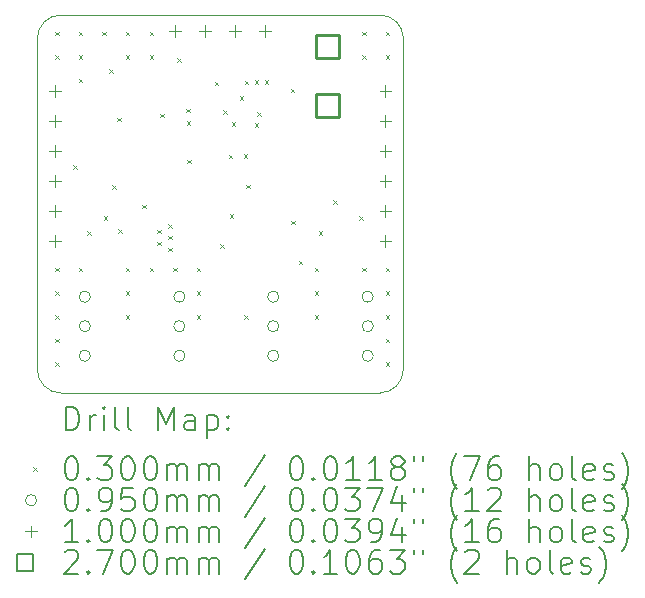
<source format=gbr>
%TF.GenerationSoftware,KiCad,Pcbnew,7.0.1*%
%TF.CreationDate,2023-07-15T20:01:05+02:00*%
%TF.ProjectId,servo_level_shifter,73657276-6f5f-46c6-9576-656c5f736869,rev?*%
%TF.SameCoordinates,Original*%
%TF.FileFunction,Drillmap*%
%TF.FilePolarity,Positive*%
%FSLAX45Y45*%
G04 Gerber Fmt 4.5, Leading zero omitted, Abs format (unit mm)*
G04 Created by KiCad (PCBNEW 7.0.1) date 2023-07-15 20:01:05*
%MOMM*%
%LPD*%
G01*
G04 APERTURE LIST*
%ADD10C,0.100000*%
%ADD11C,0.200000*%
%ADD12C,0.030000*%
%ADD13C,0.095000*%
%ADD14C,0.270000*%
G04 APERTURE END LIST*
D10*
X8928000Y-8385500D02*
X11628000Y-8385500D01*
X8928000Y-5185500D02*
G75*
G03*
X8728000Y-5385500I3J-200003D01*
G01*
X8728000Y-5385500D02*
X8728000Y-8185500D01*
X11628000Y-5185500D02*
X8928000Y-5185500D01*
X11828000Y-8185500D02*
X11828000Y-5385500D01*
X11628000Y-8385500D02*
G75*
G03*
X11828000Y-8185500I3J199998D01*
G01*
X11828000Y-5385500D02*
G75*
G03*
X11628000Y-5185500I-199989J11D01*
G01*
X8728000Y-8185500D02*
G75*
G03*
X8928000Y-8385500I200011J11D01*
G01*
D11*
D12*
X8878000Y-5326036D02*
X8908000Y-5356036D01*
X8908000Y-5326036D02*
X8878000Y-5356036D01*
X8878000Y-5526036D02*
X8908000Y-5556036D01*
X8908000Y-5526036D02*
X8878000Y-5556036D01*
X8878000Y-7326036D02*
X8908000Y-7356036D01*
X8908000Y-7326036D02*
X8878000Y-7356036D01*
X8878000Y-7526036D02*
X8908000Y-7556036D01*
X8908000Y-7526036D02*
X8878000Y-7556036D01*
X8878000Y-7726036D02*
X8908000Y-7756036D01*
X8908000Y-7726036D02*
X8878000Y-7756036D01*
X8878000Y-7926036D02*
X8908000Y-7956036D01*
X8908000Y-7926036D02*
X8878000Y-7956036D01*
X8878000Y-8126036D02*
X8908000Y-8156036D01*
X8908000Y-8126036D02*
X8878000Y-8156036D01*
X9030500Y-6455500D02*
X9060500Y-6485500D01*
X9060500Y-6455500D02*
X9030500Y-6485500D01*
X9078000Y-5326036D02*
X9108000Y-5356036D01*
X9108000Y-5326036D02*
X9078000Y-5356036D01*
X9078000Y-5526036D02*
X9108000Y-5556036D01*
X9108000Y-5526036D02*
X9078000Y-5556036D01*
X9078000Y-5726036D02*
X9108000Y-5756036D01*
X9108000Y-5726036D02*
X9078000Y-5756036D01*
X9078000Y-7326036D02*
X9108000Y-7356036D01*
X9108000Y-7326036D02*
X9078000Y-7356036D01*
X9153000Y-7015500D02*
X9183000Y-7045500D01*
X9183000Y-7015500D02*
X9153000Y-7045500D01*
X9278000Y-5326036D02*
X9308000Y-5356036D01*
X9308000Y-5326036D02*
X9278000Y-5356036D01*
X9290500Y-6890500D02*
X9320500Y-6920500D01*
X9320500Y-6890500D02*
X9290500Y-6920500D01*
X9338000Y-5643500D02*
X9368000Y-5673500D01*
X9368000Y-5643500D02*
X9338000Y-5673500D01*
X9360550Y-6628000D02*
X9390550Y-6658000D01*
X9390550Y-6628000D02*
X9360550Y-6658000D01*
X9405500Y-6056000D02*
X9435500Y-6086000D01*
X9435500Y-6056000D02*
X9405500Y-6086000D01*
X9413000Y-6998000D02*
X9443000Y-7028000D01*
X9443000Y-6998000D02*
X9413000Y-7028000D01*
X9478000Y-5326036D02*
X9508000Y-5356036D01*
X9508000Y-5326036D02*
X9478000Y-5356036D01*
X9478000Y-5526036D02*
X9508000Y-5556036D01*
X9508000Y-5526036D02*
X9478000Y-5556036D01*
X9478000Y-7325500D02*
X9508000Y-7355500D01*
X9508000Y-7325500D02*
X9478000Y-7355500D01*
X9478000Y-7525500D02*
X9508000Y-7555500D01*
X9508000Y-7525500D02*
X9478000Y-7555500D01*
X9478000Y-7725500D02*
X9508000Y-7755500D01*
X9508000Y-7725500D02*
X9478000Y-7755500D01*
X9618000Y-6793000D02*
X9648000Y-6823000D01*
X9648000Y-6793000D02*
X9618000Y-6823000D01*
X9678000Y-5326036D02*
X9708000Y-5356036D01*
X9708000Y-5326036D02*
X9678000Y-5356036D01*
X9678000Y-5526036D02*
X9708000Y-5556036D01*
X9708000Y-5526036D02*
X9678000Y-5556036D01*
X9678000Y-7326036D02*
X9708000Y-7356036D01*
X9708000Y-7326036D02*
X9678000Y-7356036D01*
X9745500Y-7005500D02*
X9775500Y-7035500D01*
X9775500Y-7005500D02*
X9745500Y-7035500D01*
X9745500Y-7105500D02*
X9775500Y-7135500D01*
X9775500Y-7105500D02*
X9745500Y-7135500D01*
X9770450Y-6023000D02*
X9800450Y-6053000D01*
X9800450Y-6023000D02*
X9770450Y-6053000D01*
X9835500Y-6955500D02*
X9865500Y-6985500D01*
X9865500Y-6955500D02*
X9835500Y-6985500D01*
X9835500Y-7055500D02*
X9865500Y-7085500D01*
X9865500Y-7055500D02*
X9835500Y-7085500D01*
X9835500Y-7155500D02*
X9865500Y-7185500D01*
X9865500Y-7155500D02*
X9835500Y-7185500D01*
X9878000Y-7326036D02*
X9908000Y-7356036D01*
X9908000Y-7326036D02*
X9878000Y-7356036D01*
X9910500Y-5550500D02*
X9940500Y-5580500D01*
X9940500Y-5550500D02*
X9910500Y-5580500D01*
X9990500Y-5980500D02*
X10020500Y-6010500D01*
X10020500Y-5980500D02*
X9990500Y-6010500D01*
X9993000Y-6085500D02*
X10023000Y-6115500D01*
X10023000Y-6085500D02*
X9993000Y-6115500D01*
X9998000Y-6413000D02*
X10028000Y-6443000D01*
X10028000Y-6413000D02*
X9998000Y-6443000D01*
X10078000Y-7326036D02*
X10108000Y-7356036D01*
X10108000Y-7326036D02*
X10078000Y-7356036D01*
X10078000Y-7526036D02*
X10108000Y-7556036D01*
X10108000Y-7526036D02*
X10078000Y-7556036D01*
X10078000Y-7726036D02*
X10108000Y-7756036D01*
X10108000Y-7726036D02*
X10078000Y-7756036D01*
X10230259Y-5749747D02*
X10260259Y-5779747D01*
X10260259Y-5749747D02*
X10230259Y-5779747D01*
X10278000Y-7126036D02*
X10308000Y-7156036D01*
X10308000Y-7126036D02*
X10278000Y-7156036D01*
X10300500Y-5993000D02*
X10330500Y-6023000D01*
X10330500Y-5993000D02*
X10300500Y-6023000D01*
X10350500Y-6368000D02*
X10380500Y-6398000D01*
X10380500Y-6368000D02*
X10350500Y-6398000D01*
X10357950Y-6870500D02*
X10387950Y-6900500D01*
X10387950Y-6870500D02*
X10357950Y-6900500D01*
X10373586Y-6093636D02*
X10403586Y-6123636D01*
X10403586Y-6093636D02*
X10373586Y-6123636D01*
X10440500Y-5875500D02*
X10470500Y-5905500D01*
X10470500Y-5875500D02*
X10440500Y-5905500D01*
X10475500Y-6365500D02*
X10505500Y-6395500D01*
X10505500Y-6365500D02*
X10475500Y-6395500D01*
X10478000Y-7726036D02*
X10508000Y-7756036D01*
X10508000Y-7726036D02*
X10478000Y-7756036D01*
X10483000Y-5740500D02*
X10513000Y-5770500D01*
X10513000Y-5740500D02*
X10483000Y-5770500D01*
X10498000Y-6623000D02*
X10528000Y-6653000D01*
X10528000Y-6623000D02*
X10498000Y-6653000D01*
X10568000Y-5738000D02*
X10598000Y-5768000D01*
X10598000Y-5738000D02*
X10568000Y-5768000D01*
X10570500Y-6103000D02*
X10600500Y-6133000D01*
X10600500Y-6103000D02*
X10570500Y-6133000D01*
X10590500Y-6008000D02*
X10620500Y-6038000D01*
X10620500Y-6008000D02*
X10590500Y-6038000D01*
X10655500Y-5738000D02*
X10685500Y-5768000D01*
X10685500Y-5738000D02*
X10655500Y-5768000D01*
X10875500Y-5810500D02*
X10905500Y-5840500D01*
X10905500Y-5810500D02*
X10875500Y-5840500D01*
X10878000Y-6926036D02*
X10908000Y-6956036D01*
X10908000Y-6926036D02*
X10878000Y-6956036D01*
X10940500Y-7265500D02*
X10970500Y-7295500D01*
X10970500Y-7265500D02*
X10940500Y-7295500D01*
X11078000Y-7326036D02*
X11108000Y-7356036D01*
X11108000Y-7326036D02*
X11078000Y-7356036D01*
X11078000Y-7526036D02*
X11108000Y-7556036D01*
X11108000Y-7526036D02*
X11078000Y-7556036D01*
X11078000Y-7726036D02*
X11108000Y-7756036D01*
X11108000Y-7726036D02*
X11078000Y-7756036D01*
X11110500Y-7018000D02*
X11140500Y-7048000D01*
X11140500Y-7018000D02*
X11110500Y-7048000D01*
X11235500Y-6755500D02*
X11265500Y-6785500D01*
X11265500Y-6755500D02*
X11235500Y-6785500D01*
X11455450Y-6888000D02*
X11485450Y-6918000D01*
X11485450Y-6888000D02*
X11455450Y-6918000D01*
X11478000Y-5326036D02*
X11508000Y-5356036D01*
X11508000Y-5326036D02*
X11478000Y-5356036D01*
X11478000Y-5526036D02*
X11508000Y-5556036D01*
X11508000Y-5526036D02*
X11478000Y-5556036D01*
X11478000Y-7326036D02*
X11508000Y-7356036D01*
X11508000Y-7326036D02*
X11478000Y-7356036D01*
X11678000Y-5326036D02*
X11708000Y-5356036D01*
X11708000Y-5326036D02*
X11678000Y-5356036D01*
X11678000Y-5526036D02*
X11708000Y-5556036D01*
X11708000Y-5526036D02*
X11678000Y-5556036D01*
X11678000Y-7326036D02*
X11708000Y-7356036D01*
X11708000Y-7326036D02*
X11678000Y-7356036D01*
X11678000Y-7526036D02*
X11708000Y-7556036D01*
X11708000Y-7526036D02*
X11678000Y-7556036D01*
X11678000Y-7726036D02*
X11708000Y-7756036D01*
X11708000Y-7726036D02*
X11678000Y-7756036D01*
X11678000Y-7926036D02*
X11708000Y-7956036D01*
X11708000Y-7926036D02*
X11678000Y-7956036D01*
X11678000Y-8126036D02*
X11708000Y-8156036D01*
X11708000Y-8126036D02*
X11678000Y-8156036D01*
D13*
X9178000Y-7570500D02*
G75*
G03*
X9178000Y-7570500I-47500J0D01*
G01*
X9178000Y-7820500D02*
G75*
G03*
X9178000Y-7820500I-47500J0D01*
G01*
X9178000Y-8070500D02*
G75*
G03*
X9178000Y-8070500I-47500J0D01*
G01*
X9978000Y-7570500D02*
G75*
G03*
X9978000Y-7570500I-47500J0D01*
G01*
X9978000Y-7820500D02*
G75*
G03*
X9978000Y-7820500I-47500J0D01*
G01*
X9978000Y-8070500D02*
G75*
G03*
X9978000Y-8070500I-47500J0D01*
G01*
X10773000Y-7570500D02*
G75*
G03*
X10773000Y-7570500I-47500J0D01*
G01*
X10773000Y-7820500D02*
G75*
G03*
X10773000Y-7820500I-47500J0D01*
G01*
X10773000Y-8070500D02*
G75*
G03*
X10773000Y-8070500I-47500J0D01*
G01*
X11573000Y-7570500D02*
G75*
G03*
X11573000Y-7570500I-47500J0D01*
G01*
X11573000Y-7820500D02*
G75*
G03*
X11573000Y-7820500I-47500J0D01*
G01*
X11573000Y-8070500D02*
G75*
G03*
X11573000Y-8070500I-47500J0D01*
G01*
D10*
X8875500Y-5777500D02*
X8875500Y-5877500D01*
X8825500Y-5827500D02*
X8925500Y-5827500D01*
X8875500Y-6031500D02*
X8875500Y-6131500D01*
X8825500Y-6081500D02*
X8925500Y-6081500D01*
X8875500Y-6285500D02*
X8875500Y-6385500D01*
X8825500Y-6335500D02*
X8925500Y-6335500D01*
X8875500Y-6539500D02*
X8875500Y-6639500D01*
X8825500Y-6589500D02*
X8925500Y-6589500D01*
X8875500Y-6793500D02*
X8875500Y-6893500D01*
X8825500Y-6843500D02*
X8925500Y-6843500D01*
X8875500Y-7047500D02*
X8875500Y-7147500D01*
X8825500Y-7097500D02*
X8925500Y-7097500D01*
X9894500Y-5269500D02*
X9894500Y-5369500D01*
X9844500Y-5319500D02*
X9944500Y-5319500D01*
X10148500Y-5269500D02*
X10148500Y-5369500D01*
X10098500Y-5319500D02*
X10198500Y-5319500D01*
X10402500Y-5269500D02*
X10402500Y-5369500D01*
X10352500Y-5319500D02*
X10452500Y-5319500D01*
X10656500Y-5269500D02*
X10656500Y-5369500D01*
X10606500Y-5319500D02*
X10706500Y-5319500D01*
X11675500Y-5777500D02*
X11675500Y-5877500D01*
X11625500Y-5827500D02*
X11725500Y-5827500D01*
X11675500Y-6031500D02*
X11675500Y-6131500D01*
X11625500Y-6081500D02*
X11725500Y-6081500D01*
X11675500Y-6285500D02*
X11675500Y-6385500D01*
X11625500Y-6335500D02*
X11725500Y-6335500D01*
X11675500Y-6539500D02*
X11675500Y-6639500D01*
X11625500Y-6589500D02*
X11725500Y-6589500D01*
X11675500Y-6793500D02*
X11675500Y-6893500D01*
X11625500Y-6843500D02*
X11725500Y-6843500D01*
X11675500Y-7047500D02*
X11675500Y-7147500D01*
X11625500Y-7097500D02*
X11725500Y-7097500D01*
D14*
X11280960Y-5545960D02*
X11280960Y-5355040D01*
X11090040Y-5355040D01*
X11090040Y-5545960D01*
X11280960Y-5545960D01*
X11280960Y-6045960D02*
X11280960Y-5855040D01*
X11090040Y-5855040D01*
X11090040Y-6045960D01*
X11280960Y-6045960D01*
D11*
X8970619Y-8703024D02*
X8970619Y-8503024D01*
X8970619Y-8503024D02*
X9018238Y-8503024D01*
X9018238Y-8503024D02*
X9046810Y-8512548D01*
X9046810Y-8512548D02*
X9065857Y-8531595D01*
X9065857Y-8531595D02*
X9075381Y-8550643D01*
X9075381Y-8550643D02*
X9084905Y-8588738D01*
X9084905Y-8588738D02*
X9084905Y-8617310D01*
X9084905Y-8617310D02*
X9075381Y-8655405D01*
X9075381Y-8655405D02*
X9065857Y-8674452D01*
X9065857Y-8674452D02*
X9046810Y-8693500D01*
X9046810Y-8693500D02*
X9018238Y-8703024D01*
X9018238Y-8703024D02*
X8970619Y-8703024D01*
X9170619Y-8703024D02*
X9170619Y-8569690D01*
X9170619Y-8607786D02*
X9180143Y-8588738D01*
X9180143Y-8588738D02*
X9189667Y-8579214D01*
X9189667Y-8579214D02*
X9208714Y-8569690D01*
X9208714Y-8569690D02*
X9227762Y-8569690D01*
X9294429Y-8703024D02*
X9294429Y-8569690D01*
X9294429Y-8503024D02*
X9284905Y-8512548D01*
X9284905Y-8512548D02*
X9294429Y-8522071D01*
X9294429Y-8522071D02*
X9303952Y-8512548D01*
X9303952Y-8512548D02*
X9294429Y-8503024D01*
X9294429Y-8503024D02*
X9294429Y-8522071D01*
X9418238Y-8703024D02*
X9399190Y-8693500D01*
X9399190Y-8693500D02*
X9389667Y-8674452D01*
X9389667Y-8674452D02*
X9389667Y-8503024D01*
X9523000Y-8703024D02*
X9503952Y-8693500D01*
X9503952Y-8693500D02*
X9494429Y-8674452D01*
X9494429Y-8674452D02*
X9494429Y-8503024D01*
X9751571Y-8703024D02*
X9751571Y-8503024D01*
X9751571Y-8503024D02*
X9818238Y-8645881D01*
X9818238Y-8645881D02*
X9884905Y-8503024D01*
X9884905Y-8503024D02*
X9884905Y-8703024D01*
X10065857Y-8703024D02*
X10065857Y-8598262D01*
X10065857Y-8598262D02*
X10056333Y-8579214D01*
X10056333Y-8579214D02*
X10037286Y-8569690D01*
X10037286Y-8569690D02*
X9999190Y-8569690D01*
X9999190Y-8569690D02*
X9980143Y-8579214D01*
X10065857Y-8693500D02*
X10046810Y-8703024D01*
X10046810Y-8703024D02*
X9999190Y-8703024D01*
X9999190Y-8703024D02*
X9980143Y-8693500D01*
X9980143Y-8693500D02*
X9970619Y-8674452D01*
X9970619Y-8674452D02*
X9970619Y-8655405D01*
X9970619Y-8655405D02*
X9980143Y-8636357D01*
X9980143Y-8636357D02*
X9999190Y-8626833D01*
X9999190Y-8626833D02*
X10046810Y-8626833D01*
X10046810Y-8626833D02*
X10065857Y-8617310D01*
X10161095Y-8569690D02*
X10161095Y-8769690D01*
X10161095Y-8579214D02*
X10180143Y-8569690D01*
X10180143Y-8569690D02*
X10218238Y-8569690D01*
X10218238Y-8569690D02*
X10237286Y-8579214D01*
X10237286Y-8579214D02*
X10246810Y-8588738D01*
X10246810Y-8588738D02*
X10256333Y-8607786D01*
X10256333Y-8607786D02*
X10256333Y-8664929D01*
X10256333Y-8664929D02*
X10246810Y-8683976D01*
X10246810Y-8683976D02*
X10237286Y-8693500D01*
X10237286Y-8693500D02*
X10218238Y-8703024D01*
X10218238Y-8703024D02*
X10180143Y-8703024D01*
X10180143Y-8703024D02*
X10161095Y-8693500D01*
X10342048Y-8683976D02*
X10351571Y-8693500D01*
X10351571Y-8693500D02*
X10342048Y-8703024D01*
X10342048Y-8703024D02*
X10332524Y-8693500D01*
X10332524Y-8693500D02*
X10342048Y-8683976D01*
X10342048Y-8683976D02*
X10342048Y-8703024D01*
X10342048Y-8579214D02*
X10351571Y-8588738D01*
X10351571Y-8588738D02*
X10342048Y-8598262D01*
X10342048Y-8598262D02*
X10332524Y-8588738D01*
X10332524Y-8588738D02*
X10342048Y-8579214D01*
X10342048Y-8579214D02*
X10342048Y-8598262D01*
D12*
X8693000Y-9015500D02*
X8723000Y-9045500D01*
X8723000Y-9015500D02*
X8693000Y-9045500D01*
D11*
X9008714Y-8923024D02*
X9027762Y-8923024D01*
X9027762Y-8923024D02*
X9046810Y-8932548D01*
X9046810Y-8932548D02*
X9056333Y-8942071D01*
X9056333Y-8942071D02*
X9065857Y-8961119D01*
X9065857Y-8961119D02*
X9075381Y-8999214D01*
X9075381Y-8999214D02*
X9075381Y-9046833D01*
X9075381Y-9046833D02*
X9065857Y-9084929D01*
X9065857Y-9084929D02*
X9056333Y-9103976D01*
X9056333Y-9103976D02*
X9046810Y-9113500D01*
X9046810Y-9113500D02*
X9027762Y-9123024D01*
X9027762Y-9123024D02*
X9008714Y-9123024D01*
X9008714Y-9123024D02*
X8989667Y-9113500D01*
X8989667Y-9113500D02*
X8980143Y-9103976D01*
X8980143Y-9103976D02*
X8970619Y-9084929D01*
X8970619Y-9084929D02*
X8961095Y-9046833D01*
X8961095Y-9046833D02*
X8961095Y-8999214D01*
X8961095Y-8999214D02*
X8970619Y-8961119D01*
X8970619Y-8961119D02*
X8980143Y-8942071D01*
X8980143Y-8942071D02*
X8989667Y-8932548D01*
X8989667Y-8932548D02*
X9008714Y-8923024D01*
X9161095Y-9103976D02*
X9170619Y-9113500D01*
X9170619Y-9113500D02*
X9161095Y-9123024D01*
X9161095Y-9123024D02*
X9151571Y-9113500D01*
X9151571Y-9113500D02*
X9161095Y-9103976D01*
X9161095Y-9103976D02*
X9161095Y-9123024D01*
X9237286Y-8923024D02*
X9361095Y-8923024D01*
X9361095Y-8923024D02*
X9294429Y-8999214D01*
X9294429Y-8999214D02*
X9323000Y-8999214D01*
X9323000Y-8999214D02*
X9342048Y-9008738D01*
X9342048Y-9008738D02*
X9351571Y-9018262D01*
X9351571Y-9018262D02*
X9361095Y-9037310D01*
X9361095Y-9037310D02*
X9361095Y-9084929D01*
X9361095Y-9084929D02*
X9351571Y-9103976D01*
X9351571Y-9103976D02*
X9342048Y-9113500D01*
X9342048Y-9113500D02*
X9323000Y-9123024D01*
X9323000Y-9123024D02*
X9265857Y-9123024D01*
X9265857Y-9123024D02*
X9246810Y-9113500D01*
X9246810Y-9113500D02*
X9237286Y-9103976D01*
X9484905Y-8923024D02*
X9503952Y-8923024D01*
X9503952Y-8923024D02*
X9523000Y-8932548D01*
X9523000Y-8932548D02*
X9532524Y-8942071D01*
X9532524Y-8942071D02*
X9542048Y-8961119D01*
X9542048Y-8961119D02*
X9551571Y-8999214D01*
X9551571Y-8999214D02*
X9551571Y-9046833D01*
X9551571Y-9046833D02*
X9542048Y-9084929D01*
X9542048Y-9084929D02*
X9532524Y-9103976D01*
X9532524Y-9103976D02*
X9523000Y-9113500D01*
X9523000Y-9113500D02*
X9503952Y-9123024D01*
X9503952Y-9123024D02*
X9484905Y-9123024D01*
X9484905Y-9123024D02*
X9465857Y-9113500D01*
X9465857Y-9113500D02*
X9456333Y-9103976D01*
X9456333Y-9103976D02*
X9446810Y-9084929D01*
X9446810Y-9084929D02*
X9437286Y-9046833D01*
X9437286Y-9046833D02*
X9437286Y-8999214D01*
X9437286Y-8999214D02*
X9446810Y-8961119D01*
X9446810Y-8961119D02*
X9456333Y-8942071D01*
X9456333Y-8942071D02*
X9465857Y-8932548D01*
X9465857Y-8932548D02*
X9484905Y-8923024D01*
X9675381Y-8923024D02*
X9694429Y-8923024D01*
X9694429Y-8923024D02*
X9713476Y-8932548D01*
X9713476Y-8932548D02*
X9723000Y-8942071D01*
X9723000Y-8942071D02*
X9732524Y-8961119D01*
X9732524Y-8961119D02*
X9742048Y-8999214D01*
X9742048Y-8999214D02*
X9742048Y-9046833D01*
X9742048Y-9046833D02*
X9732524Y-9084929D01*
X9732524Y-9084929D02*
X9723000Y-9103976D01*
X9723000Y-9103976D02*
X9713476Y-9113500D01*
X9713476Y-9113500D02*
X9694429Y-9123024D01*
X9694429Y-9123024D02*
X9675381Y-9123024D01*
X9675381Y-9123024D02*
X9656333Y-9113500D01*
X9656333Y-9113500D02*
X9646810Y-9103976D01*
X9646810Y-9103976D02*
X9637286Y-9084929D01*
X9637286Y-9084929D02*
X9627762Y-9046833D01*
X9627762Y-9046833D02*
X9627762Y-8999214D01*
X9627762Y-8999214D02*
X9637286Y-8961119D01*
X9637286Y-8961119D02*
X9646810Y-8942071D01*
X9646810Y-8942071D02*
X9656333Y-8932548D01*
X9656333Y-8932548D02*
X9675381Y-8923024D01*
X9827762Y-9123024D02*
X9827762Y-8989690D01*
X9827762Y-9008738D02*
X9837286Y-8999214D01*
X9837286Y-8999214D02*
X9856333Y-8989690D01*
X9856333Y-8989690D02*
X9884905Y-8989690D01*
X9884905Y-8989690D02*
X9903952Y-8999214D01*
X9903952Y-8999214D02*
X9913476Y-9018262D01*
X9913476Y-9018262D02*
X9913476Y-9123024D01*
X9913476Y-9018262D02*
X9923000Y-8999214D01*
X9923000Y-8999214D02*
X9942048Y-8989690D01*
X9942048Y-8989690D02*
X9970619Y-8989690D01*
X9970619Y-8989690D02*
X9989667Y-8999214D01*
X9989667Y-8999214D02*
X9999191Y-9018262D01*
X9999191Y-9018262D02*
X9999191Y-9123024D01*
X10094429Y-9123024D02*
X10094429Y-8989690D01*
X10094429Y-9008738D02*
X10103952Y-8999214D01*
X10103952Y-8999214D02*
X10123000Y-8989690D01*
X10123000Y-8989690D02*
X10151572Y-8989690D01*
X10151572Y-8989690D02*
X10170619Y-8999214D01*
X10170619Y-8999214D02*
X10180143Y-9018262D01*
X10180143Y-9018262D02*
X10180143Y-9123024D01*
X10180143Y-9018262D02*
X10189667Y-8999214D01*
X10189667Y-8999214D02*
X10208714Y-8989690D01*
X10208714Y-8989690D02*
X10237286Y-8989690D01*
X10237286Y-8989690D02*
X10256333Y-8999214D01*
X10256333Y-8999214D02*
X10265857Y-9018262D01*
X10265857Y-9018262D02*
X10265857Y-9123024D01*
X10656333Y-8913500D02*
X10484905Y-9170643D01*
X10913476Y-8923024D02*
X10932524Y-8923024D01*
X10932524Y-8923024D02*
X10951572Y-8932548D01*
X10951572Y-8932548D02*
X10961095Y-8942071D01*
X10961095Y-8942071D02*
X10970619Y-8961119D01*
X10970619Y-8961119D02*
X10980143Y-8999214D01*
X10980143Y-8999214D02*
X10980143Y-9046833D01*
X10980143Y-9046833D02*
X10970619Y-9084929D01*
X10970619Y-9084929D02*
X10961095Y-9103976D01*
X10961095Y-9103976D02*
X10951572Y-9113500D01*
X10951572Y-9113500D02*
X10932524Y-9123024D01*
X10932524Y-9123024D02*
X10913476Y-9123024D01*
X10913476Y-9123024D02*
X10894429Y-9113500D01*
X10894429Y-9113500D02*
X10884905Y-9103976D01*
X10884905Y-9103976D02*
X10875381Y-9084929D01*
X10875381Y-9084929D02*
X10865857Y-9046833D01*
X10865857Y-9046833D02*
X10865857Y-8999214D01*
X10865857Y-8999214D02*
X10875381Y-8961119D01*
X10875381Y-8961119D02*
X10884905Y-8942071D01*
X10884905Y-8942071D02*
X10894429Y-8932548D01*
X10894429Y-8932548D02*
X10913476Y-8923024D01*
X11065857Y-9103976D02*
X11075381Y-9113500D01*
X11075381Y-9113500D02*
X11065857Y-9123024D01*
X11065857Y-9123024D02*
X11056334Y-9113500D01*
X11056334Y-9113500D02*
X11065857Y-9103976D01*
X11065857Y-9103976D02*
X11065857Y-9123024D01*
X11199191Y-8923024D02*
X11218238Y-8923024D01*
X11218238Y-8923024D02*
X11237286Y-8932548D01*
X11237286Y-8932548D02*
X11246810Y-8942071D01*
X11246810Y-8942071D02*
X11256333Y-8961119D01*
X11256333Y-8961119D02*
X11265857Y-8999214D01*
X11265857Y-8999214D02*
X11265857Y-9046833D01*
X11265857Y-9046833D02*
X11256333Y-9084929D01*
X11256333Y-9084929D02*
X11246810Y-9103976D01*
X11246810Y-9103976D02*
X11237286Y-9113500D01*
X11237286Y-9113500D02*
X11218238Y-9123024D01*
X11218238Y-9123024D02*
X11199191Y-9123024D01*
X11199191Y-9123024D02*
X11180143Y-9113500D01*
X11180143Y-9113500D02*
X11170619Y-9103976D01*
X11170619Y-9103976D02*
X11161095Y-9084929D01*
X11161095Y-9084929D02*
X11151572Y-9046833D01*
X11151572Y-9046833D02*
X11151572Y-8999214D01*
X11151572Y-8999214D02*
X11161095Y-8961119D01*
X11161095Y-8961119D02*
X11170619Y-8942071D01*
X11170619Y-8942071D02*
X11180143Y-8932548D01*
X11180143Y-8932548D02*
X11199191Y-8923024D01*
X11456333Y-9123024D02*
X11342048Y-9123024D01*
X11399191Y-9123024D02*
X11399191Y-8923024D01*
X11399191Y-8923024D02*
X11380143Y-8951595D01*
X11380143Y-8951595D02*
X11361095Y-8970643D01*
X11361095Y-8970643D02*
X11342048Y-8980167D01*
X11646810Y-9123024D02*
X11532524Y-9123024D01*
X11589667Y-9123024D02*
X11589667Y-8923024D01*
X11589667Y-8923024D02*
X11570619Y-8951595D01*
X11570619Y-8951595D02*
X11551572Y-8970643D01*
X11551572Y-8970643D02*
X11532524Y-8980167D01*
X11761095Y-9008738D02*
X11742048Y-8999214D01*
X11742048Y-8999214D02*
X11732524Y-8989690D01*
X11732524Y-8989690D02*
X11723000Y-8970643D01*
X11723000Y-8970643D02*
X11723000Y-8961119D01*
X11723000Y-8961119D02*
X11732524Y-8942071D01*
X11732524Y-8942071D02*
X11742048Y-8932548D01*
X11742048Y-8932548D02*
X11761095Y-8923024D01*
X11761095Y-8923024D02*
X11799191Y-8923024D01*
X11799191Y-8923024D02*
X11818238Y-8932548D01*
X11818238Y-8932548D02*
X11827762Y-8942071D01*
X11827762Y-8942071D02*
X11837286Y-8961119D01*
X11837286Y-8961119D02*
X11837286Y-8970643D01*
X11837286Y-8970643D02*
X11827762Y-8989690D01*
X11827762Y-8989690D02*
X11818238Y-8999214D01*
X11818238Y-8999214D02*
X11799191Y-9008738D01*
X11799191Y-9008738D02*
X11761095Y-9008738D01*
X11761095Y-9008738D02*
X11742048Y-9018262D01*
X11742048Y-9018262D02*
X11732524Y-9027786D01*
X11732524Y-9027786D02*
X11723000Y-9046833D01*
X11723000Y-9046833D02*
X11723000Y-9084929D01*
X11723000Y-9084929D02*
X11732524Y-9103976D01*
X11732524Y-9103976D02*
X11742048Y-9113500D01*
X11742048Y-9113500D02*
X11761095Y-9123024D01*
X11761095Y-9123024D02*
X11799191Y-9123024D01*
X11799191Y-9123024D02*
X11818238Y-9113500D01*
X11818238Y-9113500D02*
X11827762Y-9103976D01*
X11827762Y-9103976D02*
X11837286Y-9084929D01*
X11837286Y-9084929D02*
X11837286Y-9046833D01*
X11837286Y-9046833D02*
X11827762Y-9027786D01*
X11827762Y-9027786D02*
X11818238Y-9018262D01*
X11818238Y-9018262D02*
X11799191Y-9008738D01*
X11913476Y-8923024D02*
X11913476Y-8961119D01*
X11989667Y-8923024D02*
X11989667Y-8961119D01*
X12284905Y-9199214D02*
X12275381Y-9189690D01*
X12275381Y-9189690D02*
X12256334Y-9161119D01*
X12256334Y-9161119D02*
X12246810Y-9142071D01*
X12246810Y-9142071D02*
X12237286Y-9113500D01*
X12237286Y-9113500D02*
X12227762Y-9065881D01*
X12227762Y-9065881D02*
X12227762Y-9027786D01*
X12227762Y-9027786D02*
X12237286Y-8980167D01*
X12237286Y-8980167D02*
X12246810Y-8951595D01*
X12246810Y-8951595D02*
X12256334Y-8932548D01*
X12256334Y-8932548D02*
X12275381Y-8903976D01*
X12275381Y-8903976D02*
X12284905Y-8894452D01*
X12342048Y-8923024D02*
X12475381Y-8923024D01*
X12475381Y-8923024D02*
X12389667Y-9123024D01*
X12637286Y-8923024D02*
X12599191Y-8923024D01*
X12599191Y-8923024D02*
X12580143Y-8932548D01*
X12580143Y-8932548D02*
X12570619Y-8942071D01*
X12570619Y-8942071D02*
X12551572Y-8970643D01*
X12551572Y-8970643D02*
X12542048Y-9008738D01*
X12542048Y-9008738D02*
X12542048Y-9084929D01*
X12542048Y-9084929D02*
X12551572Y-9103976D01*
X12551572Y-9103976D02*
X12561095Y-9113500D01*
X12561095Y-9113500D02*
X12580143Y-9123024D01*
X12580143Y-9123024D02*
X12618238Y-9123024D01*
X12618238Y-9123024D02*
X12637286Y-9113500D01*
X12637286Y-9113500D02*
X12646810Y-9103976D01*
X12646810Y-9103976D02*
X12656334Y-9084929D01*
X12656334Y-9084929D02*
X12656334Y-9037310D01*
X12656334Y-9037310D02*
X12646810Y-9018262D01*
X12646810Y-9018262D02*
X12637286Y-9008738D01*
X12637286Y-9008738D02*
X12618238Y-8999214D01*
X12618238Y-8999214D02*
X12580143Y-8999214D01*
X12580143Y-8999214D02*
X12561095Y-9008738D01*
X12561095Y-9008738D02*
X12551572Y-9018262D01*
X12551572Y-9018262D02*
X12542048Y-9037310D01*
X12894429Y-9123024D02*
X12894429Y-8923024D01*
X12980143Y-9123024D02*
X12980143Y-9018262D01*
X12980143Y-9018262D02*
X12970619Y-8999214D01*
X12970619Y-8999214D02*
X12951572Y-8989690D01*
X12951572Y-8989690D02*
X12923000Y-8989690D01*
X12923000Y-8989690D02*
X12903953Y-8999214D01*
X12903953Y-8999214D02*
X12894429Y-9008738D01*
X13103953Y-9123024D02*
X13084905Y-9113500D01*
X13084905Y-9113500D02*
X13075381Y-9103976D01*
X13075381Y-9103976D02*
X13065857Y-9084929D01*
X13065857Y-9084929D02*
X13065857Y-9027786D01*
X13065857Y-9027786D02*
X13075381Y-9008738D01*
X13075381Y-9008738D02*
X13084905Y-8999214D01*
X13084905Y-8999214D02*
X13103953Y-8989690D01*
X13103953Y-8989690D02*
X13132524Y-8989690D01*
X13132524Y-8989690D02*
X13151572Y-8999214D01*
X13151572Y-8999214D02*
X13161096Y-9008738D01*
X13161096Y-9008738D02*
X13170619Y-9027786D01*
X13170619Y-9027786D02*
X13170619Y-9084929D01*
X13170619Y-9084929D02*
X13161096Y-9103976D01*
X13161096Y-9103976D02*
X13151572Y-9113500D01*
X13151572Y-9113500D02*
X13132524Y-9123024D01*
X13132524Y-9123024D02*
X13103953Y-9123024D01*
X13284905Y-9123024D02*
X13265857Y-9113500D01*
X13265857Y-9113500D02*
X13256334Y-9094452D01*
X13256334Y-9094452D02*
X13256334Y-8923024D01*
X13437286Y-9113500D02*
X13418238Y-9123024D01*
X13418238Y-9123024D02*
X13380143Y-9123024D01*
X13380143Y-9123024D02*
X13361096Y-9113500D01*
X13361096Y-9113500D02*
X13351572Y-9094452D01*
X13351572Y-9094452D02*
X13351572Y-9018262D01*
X13351572Y-9018262D02*
X13361096Y-8999214D01*
X13361096Y-8999214D02*
X13380143Y-8989690D01*
X13380143Y-8989690D02*
X13418238Y-8989690D01*
X13418238Y-8989690D02*
X13437286Y-8999214D01*
X13437286Y-8999214D02*
X13446810Y-9018262D01*
X13446810Y-9018262D02*
X13446810Y-9037310D01*
X13446810Y-9037310D02*
X13351572Y-9056357D01*
X13523000Y-9113500D02*
X13542048Y-9123024D01*
X13542048Y-9123024D02*
X13580143Y-9123024D01*
X13580143Y-9123024D02*
X13599191Y-9113500D01*
X13599191Y-9113500D02*
X13608715Y-9094452D01*
X13608715Y-9094452D02*
X13608715Y-9084929D01*
X13608715Y-9084929D02*
X13599191Y-9065881D01*
X13599191Y-9065881D02*
X13580143Y-9056357D01*
X13580143Y-9056357D02*
X13551572Y-9056357D01*
X13551572Y-9056357D02*
X13532524Y-9046833D01*
X13532524Y-9046833D02*
X13523000Y-9027786D01*
X13523000Y-9027786D02*
X13523000Y-9018262D01*
X13523000Y-9018262D02*
X13532524Y-8999214D01*
X13532524Y-8999214D02*
X13551572Y-8989690D01*
X13551572Y-8989690D02*
X13580143Y-8989690D01*
X13580143Y-8989690D02*
X13599191Y-8999214D01*
X13675381Y-9199214D02*
X13684905Y-9189690D01*
X13684905Y-9189690D02*
X13703953Y-9161119D01*
X13703953Y-9161119D02*
X13713477Y-9142071D01*
X13713477Y-9142071D02*
X13723000Y-9113500D01*
X13723000Y-9113500D02*
X13732524Y-9065881D01*
X13732524Y-9065881D02*
X13732524Y-9027786D01*
X13732524Y-9027786D02*
X13723000Y-8980167D01*
X13723000Y-8980167D02*
X13713477Y-8951595D01*
X13713477Y-8951595D02*
X13703953Y-8932548D01*
X13703953Y-8932548D02*
X13684905Y-8903976D01*
X13684905Y-8903976D02*
X13675381Y-8894452D01*
D13*
X8723000Y-9294500D02*
G75*
G03*
X8723000Y-9294500I-47500J0D01*
G01*
D11*
X9008714Y-9187024D02*
X9027762Y-9187024D01*
X9027762Y-9187024D02*
X9046810Y-9196548D01*
X9046810Y-9196548D02*
X9056333Y-9206071D01*
X9056333Y-9206071D02*
X9065857Y-9225119D01*
X9065857Y-9225119D02*
X9075381Y-9263214D01*
X9075381Y-9263214D02*
X9075381Y-9310833D01*
X9075381Y-9310833D02*
X9065857Y-9348929D01*
X9065857Y-9348929D02*
X9056333Y-9367976D01*
X9056333Y-9367976D02*
X9046810Y-9377500D01*
X9046810Y-9377500D02*
X9027762Y-9387024D01*
X9027762Y-9387024D02*
X9008714Y-9387024D01*
X9008714Y-9387024D02*
X8989667Y-9377500D01*
X8989667Y-9377500D02*
X8980143Y-9367976D01*
X8980143Y-9367976D02*
X8970619Y-9348929D01*
X8970619Y-9348929D02*
X8961095Y-9310833D01*
X8961095Y-9310833D02*
X8961095Y-9263214D01*
X8961095Y-9263214D02*
X8970619Y-9225119D01*
X8970619Y-9225119D02*
X8980143Y-9206071D01*
X8980143Y-9206071D02*
X8989667Y-9196548D01*
X8989667Y-9196548D02*
X9008714Y-9187024D01*
X9161095Y-9367976D02*
X9170619Y-9377500D01*
X9170619Y-9377500D02*
X9161095Y-9387024D01*
X9161095Y-9387024D02*
X9151571Y-9377500D01*
X9151571Y-9377500D02*
X9161095Y-9367976D01*
X9161095Y-9367976D02*
X9161095Y-9387024D01*
X9265857Y-9387024D02*
X9303952Y-9387024D01*
X9303952Y-9387024D02*
X9323000Y-9377500D01*
X9323000Y-9377500D02*
X9332524Y-9367976D01*
X9332524Y-9367976D02*
X9351571Y-9339405D01*
X9351571Y-9339405D02*
X9361095Y-9301310D01*
X9361095Y-9301310D02*
X9361095Y-9225119D01*
X9361095Y-9225119D02*
X9351571Y-9206071D01*
X9351571Y-9206071D02*
X9342048Y-9196548D01*
X9342048Y-9196548D02*
X9323000Y-9187024D01*
X9323000Y-9187024D02*
X9284905Y-9187024D01*
X9284905Y-9187024D02*
X9265857Y-9196548D01*
X9265857Y-9196548D02*
X9256333Y-9206071D01*
X9256333Y-9206071D02*
X9246810Y-9225119D01*
X9246810Y-9225119D02*
X9246810Y-9272738D01*
X9246810Y-9272738D02*
X9256333Y-9291786D01*
X9256333Y-9291786D02*
X9265857Y-9301310D01*
X9265857Y-9301310D02*
X9284905Y-9310833D01*
X9284905Y-9310833D02*
X9323000Y-9310833D01*
X9323000Y-9310833D02*
X9342048Y-9301310D01*
X9342048Y-9301310D02*
X9351571Y-9291786D01*
X9351571Y-9291786D02*
X9361095Y-9272738D01*
X9542048Y-9187024D02*
X9446810Y-9187024D01*
X9446810Y-9187024D02*
X9437286Y-9282262D01*
X9437286Y-9282262D02*
X9446810Y-9272738D01*
X9446810Y-9272738D02*
X9465857Y-9263214D01*
X9465857Y-9263214D02*
X9513476Y-9263214D01*
X9513476Y-9263214D02*
X9532524Y-9272738D01*
X9532524Y-9272738D02*
X9542048Y-9282262D01*
X9542048Y-9282262D02*
X9551571Y-9301310D01*
X9551571Y-9301310D02*
X9551571Y-9348929D01*
X9551571Y-9348929D02*
X9542048Y-9367976D01*
X9542048Y-9367976D02*
X9532524Y-9377500D01*
X9532524Y-9377500D02*
X9513476Y-9387024D01*
X9513476Y-9387024D02*
X9465857Y-9387024D01*
X9465857Y-9387024D02*
X9446810Y-9377500D01*
X9446810Y-9377500D02*
X9437286Y-9367976D01*
X9675381Y-9187024D02*
X9694429Y-9187024D01*
X9694429Y-9187024D02*
X9713476Y-9196548D01*
X9713476Y-9196548D02*
X9723000Y-9206071D01*
X9723000Y-9206071D02*
X9732524Y-9225119D01*
X9732524Y-9225119D02*
X9742048Y-9263214D01*
X9742048Y-9263214D02*
X9742048Y-9310833D01*
X9742048Y-9310833D02*
X9732524Y-9348929D01*
X9732524Y-9348929D02*
X9723000Y-9367976D01*
X9723000Y-9367976D02*
X9713476Y-9377500D01*
X9713476Y-9377500D02*
X9694429Y-9387024D01*
X9694429Y-9387024D02*
X9675381Y-9387024D01*
X9675381Y-9387024D02*
X9656333Y-9377500D01*
X9656333Y-9377500D02*
X9646810Y-9367976D01*
X9646810Y-9367976D02*
X9637286Y-9348929D01*
X9637286Y-9348929D02*
X9627762Y-9310833D01*
X9627762Y-9310833D02*
X9627762Y-9263214D01*
X9627762Y-9263214D02*
X9637286Y-9225119D01*
X9637286Y-9225119D02*
X9646810Y-9206071D01*
X9646810Y-9206071D02*
X9656333Y-9196548D01*
X9656333Y-9196548D02*
X9675381Y-9187024D01*
X9827762Y-9387024D02*
X9827762Y-9253690D01*
X9827762Y-9272738D02*
X9837286Y-9263214D01*
X9837286Y-9263214D02*
X9856333Y-9253690D01*
X9856333Y-9253690D02*
X9884905Y-9253690D01*
X9884905Y-9253690D02*
X9903952Y-9263214D01*
X9903952Y-9263214D02*
X9913476Y-9282262D01*
X9913476Y-9282262D02*
X9913476Y-9387024D01*
X9913476Y-9282262D02*
X9923000Y-9263214D01*
X9923000Y-9263214D02*
X9942048Y-9253690D01*
X9942048Y-9253690D02*
X9970619Y-9253690D01*
X9970619Y-9253690D02*
X9989667Y-9263214D01*
X9989667Y-9263214D02*
X9999191Y-9282262D01*
X9999191Y-9282262D02*
X9999191Y-9387024D01*
X10094429Y-9387024D02*
X10094429Y-9253690D01*
X10094429Y-9272738D02*
X10103952Y-9263214D01*
X10103952Y-9263214D02*
X10123000Y-9253690D01*
X10123000Y-9253690D02*
X10151572Y-9253690D01*
X10151572Y-9253690D02*
X10170619Y-9263214D01*
X10170619Y-9263214D02*
X10180143Y-9282262D01*
X10180143Y-9282262D02*
X10180143Y-9387024D01*
X10180143Y-9282262D02*
X10189667Y-9263214D01*
X10189667Y-9263214D02*
X10208714Y-9253690D01*
X10208714Y-9253690D02*
X10237286Y-9253690D01*
X10237286Y-9253690D02*
X10256333Y-9263214D01*
X10256333Y-9263214D02*
X10265857Y-9282262D01*
X10265857Y-9282262D02*
X10265857Y-9387024D01*
X10656333Y-9177500D02*
X10484905Y-9434643D01*
X10913476Y-9187024D02*
X10932524Y-9187024D01*
X10932524Y-9187024D02*
X10951572Y-9196548D01*
X10951572Y-9196548D02*
X10961095Y-9206071D01*
X10961095Y-9206071D02*
X10970619Y-9225119D01*
X10970619Y-9225119D02*
X10980143Y-9263214D01*
X10980143Y-9263214D02*
X10980143Y-9310833D01*
X10980143Y-9310833D02*
X10970619Y-9348929D01*
X10970619Y-9348929D02*
X10961095Y-9367976D01*
X10961095Y-9367976D02*
X10951572Y-9377500D01*
X10951572Y-9377500D02*
X10932524Y-9387024D01*
X10932524Y-9387024D02*
X10913476Y-9387024D01*
X10913476Y-9387024D02*
X10894429Y-9377500D01*
X10894429Y-9377500D02*
X10884905Y-9367976D01*
X10884905Y-9367976D02*
X10875381Y-9348929D01*
X10875381Y-9348929D02*
X10865857Y-9310833D01*
X10865857Y-9310833D02*
X10865857Y-9263214D01*
X10865857Y-9263214D02*
X10875381Y-9225119D01*
X10875381Y-9225119D02*
X10884905Y-9206071D01*
X10884905Y-9206071D02*
X10894429Y-9196548D01*
X10894429Y-9196548D02*
X10913476Y-9187024D01*
X11065857Y-9367976D02*
X11075381Y-9377500D01*
X11075381Y-9377500D02*
X11065857Y-9387024D01*
X11065857Y-9387024D02*
X11056334Y-9377500D01*
X11056334Y-9377500D02*
X11065857Y-9367976D01*
X11065857Y-9367976D02*
X11065857Y-9387024D01*
X11199191Y-9187024D02*
X11218238Y-9187024D01*
X11218238Y-9187024D02*
X11237286Y-9196548D01*
X11237286Y-9196548D02*
X11246810Y-9206071D01*
X11246810Y-9206071D02*
X11256333Y-9225119D01*
X11256333Y-9225119D02*
X11265857Y-9263214D01*
X11265857Y-9263214D02*
X11265857Y-9310833D01*
X11265857Y-9310833D02*
X11256333Y-9348929D01*
X11256333Y-9348929D02*
X11246810Y-9367976D01*
X11246810Y-9367976D02*
X11237286Y-9377500D01*
X11237286Y-9377500D02*
X11218238Y-9387024D01*
X11218238Y-9387024D02*
X11199191Y-9387024D01*
X11199191Y-9387024D02*
X11180143Y-9377500D01*
X11180143Y-9377500D02*
X11170619Y-9367976D01*
X11170619Y-9367976D02*
X11161095Y-9348929D01*
X11161095Y-9348929D02*
X11151572Y-9310833D01*
X11151572Y-9310833D02*
X11151572Y-9263214D01*
X11151572Y-9263214D02*
X11161095Y-9225119D01*
X11161095Y-9225119D02*
X11170619Y-9206071D01*
X11170619Y-9206071D02*
X11180143Y-9196548D01*
X11180143Y-9196548D02*
X11199191Y-9187024D01*
X11332524Y-9187024D02*
X11456333Y-9187024D01*
X11456333Y-9187024D02*
X11389667Y-9263214D01*
X11389667Y-9263214D02*
X11418238Y-9263214D01*
X11418238Y-9263214D02*
X11437286Y-9272738D01*
X11437286Y-9272738D02*
X11446810Y-9282262D01*
X11446810Y-9282262D02*
X11456333Y-9301310D01*
X11456333Y-9301310D02*
X11456333Y-9348929D01*
X11456333Y-9348929D02*
X11446810Y-9367976D01*
X11446810Y-9367976D02*
X11437286Y-9377500D01*
X11437286Y-9377500D02*
X11418238Y-9387024D01*
X11418238Y-9387024D02*
X11361095Y-9387024D01*
X11361095Y-9387024D02*
X11342048Y-9377500D01*
X11342048Y-9377500D02*
X11332524Y-9367976D01*
X11523000Y-9187024D02*
X11656333Y-9187024D01*
X11656333Y-9187024D02*
X11570619Y-9387024D01*
X11818238Y-9253690D02*
X11818238Y-9387024D01*
X11770619Y-9177500D02*
X11723000Y-9320357D01*
X11723000Y-9320357D02*
X11846810Y-9320357D01*
X11913476Y-9187024D02*
X11913476Y-9225119D01*
X11989667Y-9187024D02*
X11989667Y-9225119D01*
X12284905Y-9463214D02*
X12275381Y-9453690D01*
X12275381Y-9453690D02*
X12256334Y-9425119D01*
X12256334Y-9425119D02*
X12246810Y-9406071D01*
X12246810Y-9406071D02*
X12237286Y-9377500D01*
X12237286Y-9377500D02*
X12227762Y-9329881D01*
X12227762Y-9329881D02*
X12227762Y-9291786D01*
X12227762Y-9291786D02*
X12237286Y-9244167D01*
X12237286Y-9244167D02*
X12246810Y-9215595D01*
X12246810Y-9215595D02*
X12256334Y-9196548D01*
X12256334Y-9196548D02*
X12275381Y-9167976D01*
X12275381Y-9167976D02*
X12284905Y-9158452D01*
X12465857Y-9387024D02*
X12351572Y-9387024D01*
X12408714Y-9387024D02*
X12408714Y-9187024D01*
X12408714Y-9187024D02*
X12389667Y-9215595D01*
X12389667Y-9215595D02*
X12370619Y-9234643D01*
X12370619Y-9234643D02*
X12351572Y-9244167D01*
X12542048Y-9206071D02*
X12551572Y-9196548D01*
X12551572Y-9196548D02*
X12570619Y-9187024D01*
X12570619Y-9187024D02*
X12618238Y-9187024D01*
X12618238Y-9187024D02*
X12637286Y-9196548D01*
X12637286Y-9196548D02*
X12646810Y-9206071D01*
X12646810Y-9206071D02*
X12656334Y-9225119D01*
X12656334Y-9225119D02*
X12656334Y-9244167D01*
X12656334Y-9244167D02*
X12646810Y-9272738D01*
X12646810Y-9272738D02*
X12532524Y-9387024D01*
X12532524Y-9387024D02*
X12656334Y-9387024D01*
X12894429Y-9387024D02*
X12894429Y-9187024D01*
X12980143Y-9387024D02*
X12980143Y-9282262D01*
X12980143Y-9282262D02*
X12970619Y-9263214D01*
X12970619Y-9263214D02*
X12951572Y-9253690D01*
X12951572Y-9253690D02*
X12923000Y-9253690D01*
X12923000Y-9253690D02*
X12903953Y-9263214D01*
X12903953Y-9263214D02*
X12894429Y-9272738D01*
X13103953Y-9387024D02*
X13084905Y-9377500D01*
X13084905Y-9377500D02*
X13075381Y-9367976D01*
X13075381Y-9367976D02*
X13065857Y-9348929D01*
X13065857Y-9348929D02*
X13065857Y-9291786D01*
X13065857Y-9291786D02*
X13075381Y-9272738D01*
X13075381Y-9272738D02*
X13084905Y-9263214D01*
X13084905Y-9263214D02*
X13103953Y-9253690D01*
X13103953Y-9253690D02*
X13132524Y-9253690D01*
X13132524Y-9253690D02*
X13151572Y-9263214D01*
X13151572Y-9263214D02*
X13161096Y-9272738D01*
X13161096Y-9272738D02*
X13170619Y-9291786D01*
X13170619Y-9291786D02*
X13170619Y-9348929D01*
X13170619Y-9348929D02*
X13161096Y-9367976D01*
X13161096Y-9367976D02*
X13151572Y-9377500D01*
X13151572Y-9377500D02*
X13132524Y-9387024D01*
X13132524Y-9387024D02*
X13103953Y-9387024D01*
X13284905Y-9387024D02*
X13265857Y-9377500D01*
X13265857Y-9377500D02*
X13256334Y-9358452D01*
X13256334Y-9358452D02*
X13256334Y-9187024D01*
X13437286Y-9377500D02*
X13418238Y-9387024D01*
X13418238Y-9387024D02*
X13380143Y-9387024D01*
X13380143Y-9387024D02*
X13361096Y-9377500D01*
X13361096Y-9377500D02*
X13351572Y-9358452D01*
X13351572Y-9358452D02*
X13351572Y-9282262D01*
X13351572Y-9282262D02*
X13361096Y-9263214D01*
X13361096Y-9263214D02*
X13380143Y-9253690D01*
X13380143Y-9253690D02*
X13418238Y-9253690D01*
X13418238Y-9253690D02*
X13437286Y-9263214D01*
X13437286Y-9263214D02*
X13446810Y-9282262D01*
X13446810Y-9282262D02*
X13446810Y-9301310D01*
X13446810Y-9301310D02*
X13351572Y-9320357D01*
X13523000Y-9377500D02*
X13542048Y-9387024D01*
X13542048Y-9387024D02*
X13580143Y-9387024D01*
X13580143Y-9387024D02*
X13599191Y-9377500D01*
X13599191Y-9377500D02*
X13608715Y-9358452D01*
X13608715Y-9358452D02*
X13608715Y-9348929D01*
X13608715Y-9348929D02*
X13599191Y-9329881D01*
X13599191Y-9329881D02*
X13580143Y-9320357D01*
X13580143Y-9320357D02*
X13551572Y-9320357D01*
X13551572Y-9320357D02*
X13532524Y-9310833D01*
X13532524Y-9310833D02*
X13523000Y-9291786D01*
X13523000Y-9291786D02*
X13523000Y-9282262D01*
X13523000Y-9282262D02*
X13532524Y-9263214D01*
X13532524Y-9263214D02*
X13551572Y-9253690D01*
X13551572Y-9253690D02*
X13580143Y-9253690D01*
X13580143Y-9253690D02*
X13599191Y-9263214D01*
X13675381Y-9463214D02*
X13684905Y-9453690D01*
X13684905Y-9453690D02*
X13703953Y-9425119D01*
X13703953Y-9425119D02*
X13713477Y-9406071D01*
X13713477Y-9406071D02*
X13723000Y-9377500D01*
X13723000Y-9377500D02*
X13732524Y-9329881D01*
X13732524Y-9329881D02*
X13732524Y-9291786D01*
X13732524Y-9291786D02*
X13723000Y-9244167D01*
X13723000Y-9244167D02*
X13713477Y-9215595D01*
X13713477Y-9215595D02*
X13703953Y-9196548D01*
X13703953Y-9196548D02*
X13684905Y-9167976D01*
X13684905Y-9167976D02*
X13675381Y-9158452D01*
D10*
X8673000Y-9508500D02*
X8673000Y-9608500D01*
X8623000Y-9558500D02*
X8723000Y-9558500D01*
D11*
X9075381Y-9651024D02*
X8961095Y-9651024D01*
X9018238Y-9651024D02*
X9018238Y-9451024D01*
X9018238Y-9451024D02*
X8999190Y-9479595D01*
X8999190Y-9479595D02*
X8980143Y-9498643D01*
X8980143Y-9498643D02*
X8961095Y-9508167D01*
X9161095Y-9631976D02*
X9170619Y-9641500D01*
X9170619Y-9641500D02*
X9161095Y-9651024D01*
X9161095Y-9651024D02*
X9151571Y-9641500D01*
X9151571Y-9641500D02*
X9161095Y-9631976D01*
X9161095Y-9631976D02*
X9161095Y-9651024D01*
X9294429Y-9451024D02*
X9313476Y-9451024D01*
X9313476Y-9451024D02*
X9332524Y-9460548D01*
X9332524Y-9460548D02*
X9342048Y-9470071D01*
X9342048Y-9470071D02*
X9351571Y-9489119D01*
X9351571Y-9489119D02*
X9361095Y-9527214D01*
X9361095Y-9527214D02*
X9361095Y-9574833D01*
X9361095Y-9574833D02*
X9351571Y-9612929D01*
X9351571Y-9612929D02*
X9342048Y-9631976D01*
X9342048Y-9631976D02*
X9332524Y-9641500D01*
X9332524Y-9641500D02*
X9313476Y-9651024D01*
X9313476Y-9651024D02*
X9294429Y-9651024D01*
X9294429Y-9651024D02*
X9275381Y-9641500D01*
X9275381Y-9641500D02*
X9265857Y-9631976D01*
X9265857Y-9631976D02*
X9256333Y-9612929D01*
X9256333Y-9612929D02*
X9246810Y-9574833D01*
X9246810Y-9574833D02*
X9246810Y-9527214D01*
X9246810Y-9527214D02*
X9256333Y-9489119D01*
X9256333Y-9489119D02*
X9265857Y-9470071D01*
X9265857Y-9470071D02*
X9275381Y-9460548D01*
X9275381Y-9460548D02*
X9294429Y-9451024D01*
X9484905Y-9451024D02*
X9503952Y-9451024D01*
X9503952Y-9451024D02*
X9523000Y-9460548D01*
X9523000Y-9460548D02*
X9532524Y-9470071D01*
X9532524Y-9470071D02*
X9542048Y-9489119D01*
X9542048Y-9489119D02*
X9551571Y-9527214D01*
X9551571Y-9527214D02*
X9551571Y-9574833D01*
X9551571Y-9574833D02*
X9542048Y-9612929D01*
X9542048Y-9612929D02*
X9532524Y-9631976D01*
X9532524Y-9631976D02*
X9523000Y-9641500D01*
X9523000Y-9641500D02*
X9503952Y-9651024D01*
X9503952Y-9651024D02*
X9484905Y-9651024D01*
X9484905Y-9651024D02*
X9465857Y-9641500D01*
X9465857Y-9641500D02*
X9456333Y-9631976D01*
X9456333Y-9631976D02*
X9446810Y-9612929D01*
X9446810Y-9612929D02*
X9437286Y-9574833D01*
X9437286Y-9574833D02*
X9437286Y-9527214D01*
X9437286Y-9527214D02*
X9446810Y-9489119D01*
X9446810Y-9489119D02*
X9456333Y-9470071D01*
X9456333Y-9470071D02*
X9465857Y-9460548D01*
X9465857Y-9460548D02*
X9484905Y-9451024D01*
X9675381Y-9451024D02*
X9694429Y-9451024D01*
X9694429Y-9451024D02*
X9713476Y-9460548D01*
X9713476Y-9460548D02*
X9723000Y-9470071D01*
X9723000Y-9470071D02*
X9732524Y-9489119D01*
X9732524Y-9489119D02*
X9742048Y-9527214D01*
X9742048Y-9527214D02*
X9742048Y-9574833D01*
X9742048Y-9574833D02*
X9732524Y-9612929D01*
X9732524Y-9612929D02*
X9723000Y-9631976D01*
X9723000Y-9631976D02*
X9713476Y-9641500D01*
X9713476Y-9641500D02*
X9694429Y-9651024D01*
X9694429Y-9651024D02*
X9675381Y-9651024D01*
X9675381Y-9651024D02*
X9656333Y-9641500D01*
X9656333Y-9641500D02*
X9646810Y-9631976D01*
X9646810Y-9631976D02*
X9637286Y-9612929D01*
X9637286Y-9612929D02*
X9627762Y-9574833D01*
X9627762Y-9574833D02*
X9627762Y-9527214D01*
X9627762Y-9527214D02*
X9637286Y-9489119D01*
X9637286Y-9489119D02*
X9646810Y-9470071D01*
X9646810Y-9470071D02*
X9656333Y-9460548D01*
X9656333Y-9460548D02*
X9675381Y-9451024D01*
X9827762Y-9651024D02*
X9827762Y-9517690D01*
X9827762Y-9536738D02*
X9837286Y-9527214D01*
X9837286Y-9527214D02*
X9856333Y-9517690D01*
X9856333Y-9517690D02*
X9884905Y-9517690D01*
X9884905Y-9517690D02*
X9903952Y-9527214D01*
X9903952Y-9527214D02*
X9913476Y-9546262D01*
X9913476Y-9546262D02*
X9913476Y-9651024D01*
X9913476Y-9546262D02*
X9923000Y-9527214D01*
X9923000Y-9527214D02*
X9942048Y-9517690D01*
X9942048Y-9517690D02*
X9970619Y-9517690D01*
X9970619Y-9517690D02*
X9989667Y-9527214D01*
X9989667Y-9527214D02*
X9999191Y-9546262D01*
X9999191Y-9546262D02*
X9999191Y-9651024D01*
X10094429Y-9651024D02*
X10094429Y-9517690D01*
X10094429Y-9536738D02*
X10103952Y-9527214D01*
X10103952Y-9527214D02*
X10123000Y-9517690D01*
X10123000Y-9517690D02*
X10151572Y-9517690D01*
X10151572Y-9517690D02*
X10170619Y-9527214D01*
X10170619Y-9527214D02*
X10180143Y-9546262D01*
X10180143Y-9546262D02*
X10180143Y-9651024D01*
X10180143Y-9546262D02*
X10189667Y-9527214D01*
X10189667Y-9527214D02*
X10208714Y-9517690D01*
X10208714Y-9517690D02*
X10237286Y-9517690D01*
X10237286Y-9517690D02*
X10256333Y-9527214D01*
X10256333Y-9527214D02*
X10265857Y-9546262D01*
X10265857Y-9546262D02*
X10265857Y-9651024D01*
X10656333Y-9441500D02*
X10484905Y-9698643D01*
X10913476Y-9451024D02*
X10932524Y-9451024D01*
X10932524Y-9451024D02*
X10951572Y-9460548D01*
X10951572Y-9460548D02*
X10961095Y-9470071D01*
X10961095Y-9470071D02*
X10970619Y-9489119D01*
X10970619Y-9489119D02*
X10980143Y-9527214D01*
X10980143Y-9527214D02*
X10980143Y-9574833D01*
X10980143Y-9574833D02*
X10970619Y-9612929D01*
X10970619Y-9612929D02*
X10961095Y-9631976D01*
X10961095Y-9631976D02*
X10951572Y-9641500D01*
X10951572Y-9641500D02*
X10932524Y-9651024D01*
X10932524Y-9651024D02*
X10913476Y-9651024D01*
X10913476Y-9651024D02*
X10894429Y-9641500D01*
X10894429Y-9641500D02*
X10884905Y-9631976D01*
X10884905Y-9631976D02*
X10875381Y-9612929D01*
X10875381Y-9612929D02*
X10865857Y-9574833D01*
X10865857Y-9574833D02*
X10865857Y-9527214D01*
X10865857Y-9527214D02*
X10875381Y-9489119D01*
X10875381Y-9489119D02*
X10884905Y-9470071D01*
X10884905Y-9470071D02*
X10894429Y-9460548D01*
X10894429Y-9460548D02*
X10913476Y-9451024D01*
X11065857Y-9631976D02*
X11075381Y-9641500D01*
X11075381Y-9641500D02*
X11065857Y-9651024D01*
X11065857Y-9651024D02*
X11056334Y-9641500D01*
X11056334Y-9641500D02*
X11065857Y-9631976D01*
X11065857Y-9631976D02*
X11065857Y-9651024D01*
X11199191Y-9451024D02*
X11218238Y-9451024D01*
X11218238Y-9451024D02*
X11237286Y-9460548D01*
X11237286Y-9460548D02*
X11246810Y-9470071D01*
X11246810Y-9470071D02*
X11256333Y-9489119D01*
X11256333Y-9489119D02*
X11265857Y-9527214D01*
X11265857Y-9527214D02*
X11265857Y-9574833D01*
X11265857Y-9574833D02*
X11256333Y-9612929D01*
X11256333Y-9612929D02*
X11246810Y-9631976D01*
X11246810Y-9631976D02*
X11237286Y-9641500D01*
X11237286Y-9641500D02*
X11218238Y-9651024D01*
X11218238Y-9651024D02*
X11199191Y-9651024D01*
X11199191Y-9651024D02*
X11180143Y-9641500D01*
X11180143Y-9641500D02*
X11170619Y-9631976D01*
X11170619Y-9631976D02*
X11161095Y-9612929D01*
X11161095Y-9612929D02*
X11151572Y-9574833D01*
X11151572Y-9574833D02*
X11151572Y-9527214D01*
X11151572Y-9527214D02*
X11161095Y-9489119D01*
X11161095Y-9489119D02*
X11170619Y-9470071D01*
X11170619Y-9470071D02*
X11180143Y-9460548D01*
X11180143Y-9460548D02*
X11199191Y-9451024D01*
X11332524Y-9451024D02*
X11456333Y-9451024D01*
X11456333Y-9451024D02*
X11389667Y-9527214D01*
X11389667Y-9527214D02*
X11418238Y-9527214D01*
X11418238Y-9527214D02*
X11437286Y-9536738D01*
X11437286Y-9536738D02*
X11446810Y-9546262D01*
X11446810Y-9546262D02*
X11456333Y-9565310D01*
X11456333Y-9565310D02*
X11456333Y-9612929D01*
X11456333Y-9612929D02*
X11446810Y-9631976D01*
X11446810Y-9631976D02*
X11437286Y-9641500D01*
X11437286Y-9641500D02*
X11418238Y-9651024D01*
X11418238Y-9651024D02*
X11361095Y-9651024D01*
X11361095Y-9651024D02*
X11342048Y-9641500D01*
X11342048Y-9641500D02*
X11332524Y-9631976D01*
X11551572Y-9651024D02*
X11589667Y-9651024D01*
X11589667Y-9651024D02*
X11608714Y-9641500D01*
X11608714Y-9641500D02*
X11618238Y-9631976D01*
X11618238Y-9631976D02*
X11637286Y-9603405D01*
X11637286Y-9603405D02*
X11646810Y-9565310D01*
X11646810Y-9565310D02*
X11646810Y-9489119D01*
X11646810Y-9489119D02*
X11637286Y-9470071D01*
X11637286Y-9470071D02*
X11627762Y-9460548D01*
X11627762Y-9460548D02*
X11608714Y-9451024D01*
X11608714Y-9451024D02*
X11570619Y-9451024D01*
X11570619Y-9451024D02*
X11551572Y-9460548D01*
X11551572Y-9460548D02*
X11542048Y-9470071D01*
X11542048Y-9470071D02*
X11532524Y-9489119D01*
X11532524Y-9489119D02*
X11532524Y-9536738D01*
X11532524Y-9536738D02*
X11542048Y-9555786D01*
X11542048Y-9555786D02*
X11551572Y-9565310D01*
X11551572Y-9565310D02*
X11570619Y-9574833D01*
X11570619Y-9574833D02*
X11608714Y-9574833D01*
X11608714Y-9574833D02*
X11627762Y-9565310D01*
X11627762Y-9565310D02*
X11637286Y-9555786D01*
X11637286Y-9555786D02*
X11646810Y-9536738D01*
X11818238Y-9517690D02*
X11818238Y-9651024D01*
X11770619Y-9441500D02*
X11723000Y-9584357D01*
X11723000Y-9584357D02*
X11846810Y-9584357D01*
X11913476Y-9451024D02*
X11913476Y-9489119D01*
X11989667Y-9451024D02*
X11989667Y-9489119D01*
X12284905Y-9727214D02*
X12275381Y-9717690D01*
X12275381Y-9717690D02*
X12256334Y-9689119D01*
X12256334Y-9689119D02*
X12246810Y-9670071D01*
X12246810Y-9670071D02*
X12237286Y-9641500D01*
X12237286Y-9641500D02*
X12227762Y-9593881D01*
X12227762Y-9593881D02*
X12227762Y-9555786D01*
X12227762Y-9555786D02*
X12237286Y-9508167D01*
X12237286Y-9508167D02*
X12246810Y-9479595D01*
X12246810Y-9479595D02*
X12256334Y-9460548D01*
X12256334Y-9460548D02*
X12275381Y-9431976D01*
X12275381Y-9431976D02*
X12284905Y-9422452D01*
X12465857Y-9651024D02*
X12351572Y-9651024D01*
X12408714Y-9651024D02*
X12408714Y-9451024D01*
X12408714Y-9451024D02*
X12389667Y-9479595D01*
X12389667Y-9479595D02*
X12370619Y-9498643D01*
X12370619Y-9498643D02*
X12351572Y-9508167D01*
X12637286Y-9451024D02*
X12599191Y-9451024D01*
X12599191Y-9451024D02*
X12580143Y-9460548D01*
X12580143Y-9460548D02*
X12570619Y-9470071D01*
X12570619Y-9470071D02*
X12551572Y-9498643D01*
X12551572Y-9498643D02*
X12542048Y-9536738D01*
X12542048Y-9536738D02*
X12542048Y-9612929D01*
X12542048Y-9612929D02*
X12551572Y-9631976D01*
X12551572Y-9631976D02*
X12561095Y-9641500D01*
X12561095Y-9641500D02*
X12580143Y-9651024D01*
X12580143Y-9651024D02*
X12618238Y-9651024D01*
X12618238Y-9651024D02*
X12637286Y-9641500D01*
X12637286Y-9641500D02*
X12646810Y-9631976D01*
X12646810Y-9631976D02*
X12656334Y-9612929D01*
X12656334Y-9612929D02*
X12656334Y-9565310D01*
X12656334Y-9565310D02*
X12646810Y-9546262D01*
X12646810Y-9546262D02*
X12637286Y-9536738D01*
X12637286Y-9536738D02*
X12618238Y-9527214D01*
X12618238Y-9527214D02*
X12580143Y-9527214D01*
X12580143Y-9527214D02*
X12561095Y-9536738D01*
X12561095Y-9536738D02*
X12551572Y-9546262D01*
X12551572Y-9546262D02*
X12542048Y-9565310D01*
X12894429Y-9651024D02*
X12894429Y-9451024D01*
X12980143Y-9651024D02*
X12980143Y-9546262D01*
X12980143Y-9546262D02*
X12970619Y-9527214D01*
X12970619Y-9527214D02*
X12951572Y-9517690D01*
X12951572Y-9517690D02*
X12923000Y-9517690D01*
X12923000Y-9517690D02*
X12903953Y-9527214D01*
X12903953Y-9527214D02*
X12894429Y-9536738D01*
X13103953Y-9651024D02*
X13084905Y-9641500D01*
X13084905Y-9641500D02*
X13075381Y-9631976D01*
X13075381Y-9631976D02*
X13065857Y-9612929D01*
X13065857Y-9612929D02*
X13065857Y-9555786D01*
X13065857Y-9555786D02*
X13075381Y-9536738D01*
X13075381Y-9536738D02*
X13084905Y-9527214D01*
X13084905Y-9527214D02*
X13103953Y-9517690D01*
X13103953Y-9517690D02*
X13132524Y-9517690D01*
X13132524Y-9517690D02*
X13151572Y-9527214D01*
X13151572Y-9527214D02*
X13161096Y-9536738D01*
X13161096Y-9536738D02*
X13170619Y-9555786D01*
X13170619Y-9555786D02*
X13170619Y-9612929D01*
X13170619Y-9612929D02*
X13161096Y-9631976D01*
X13161096Y-9631976D02*
X13151572Y-9641500D01*
X13151572Y-9641500D02*
X13132524Y-9651024D01*
X13132524Y-9651024D02*
X13103953Y-9651024D01*
X13284905Y-9651024D02*
X13265857Y-9641500D01*
X13265857Y-9641500D02*
X13256334Y-9622452D01*
X13256334Y-9622452D02*
X13256334Y-9451024D01*
X13437286Y-9641500D02*
X13418238Y-9651024D01*
X13418238Y-9651024D02*
X13380143Y-9651024D01*
X13380143Y-9651024D02*
X13361096Y-9641500D01*
X13361096Y-9641500D02*
X13351572Y-9622452D01*
X13351572Y-9622452D02*
X13351572Y-9546262D01*
X13351572Y-9546262D02*
X13361096Y-9527214D01*
X13361096Y-9527214D02*
X13380143Y-9517690D01*
X13380143Y-9517690D02*
X13418238Y-9517690D01*
X13418238Y-9517690D02*
X13437286Y-9527214D01*
X13437286Y-9527214D02*
X13446810Y-9546262D01*
X13446810Y-9546262D02*
X13446810Y-9565310D01*
X13446810Y-9565310D02*
X13351572Y-9584357D01*
X13523000Y-9641500D02*
X13542048Y-9651024D01*
X13542048Y-9651024D02*
X13580143Y-9651024D01*
X13580143Y-9651024D02*
X13599191Y-9641500D01*
X13599191Y-9641500D02*
X13608715Y-9622452D01*
X13608715Y-9622452D02*
X13608715Y-9612929D01*
X13608715Y-9612929D02*
X13599191Y-9593881D01*
X13599191Y-9593881D02*
X13580143Y-9584357D01*
X13580143Y-9584357D02*
X13551572Y-9584357D01*
X13551572Y-9584357D02*
X13532524Y-9574833D01*
X13532524Y-9574833D02*
X13523000Y-9555786D01*
X13523000Y-9555786D02*
X13523000Y-9546262D01*
X13523000Y-9546262D02*
X13532524Y-9527214D01*
X13532524Y-9527214D02*
X13551572Y-9517690D01*
X13551572Y-9517690D02*
X13580143Y-9517690D01*
X13580143Y-9517690D02*
X13599191Y-9527214D01*
X13675381Y-9727214D02*
X13684905Y-9717690D01*
X13684905Y-9717690D02*
X13703953Y-9689119D01*
X13703953Y-9689119D02*
X13713477Y-9670071D01*
X13713477Y-9670071D02*
X13723000Y-9641500D01*
X13723000Y-9641500D02*
X13732524Y-9593881D01*
X13732524Y-9593881D02*
X13732524Y-9555786D01*
X13732524Y-9555786D02*
X13723000Y-9508167D01*
X13723000Y-9508167D02*
X13713477Y-9479595D01*
X13713477Y-9479595D02*
X13703953Y-9460548D01*
X13703953Y-9460548D02*
X13684905Y-9431976D01*
X13684905Y-9431976D02*
X13675381Y-9422452D01*
X8693711Y-9893211D02*
X8693711Y-9751789D01*
X8552289Y-9751789D01*
X8552289Y-9893211D01*
X8693711Y-9893211D01*
X8961095Y-9734071D02*
X8970619Y-9724548D01*
X8970619Y-9724548D02*
X8989667Y-9715024D01*
X8989667Y-9715024D02*
X9037286Y-9715024D01*
X9037286Y-9715024D02*
X9056333Y-9724548D01*
X9056333Y-9724548D02*
X9065857Y-9734071D01*
X9065857Y-9734071D02*
X9075381Y-9753119D01*
X9075381Y-9753119D02*
X9075381Y-9772167D01*
X9075381Y-9772167D02*
X9065857Y-9800738D01*
X9065857Y-9800738D02*
X8951571Y-9915024D01*
X8951571Y-9915024D02*
X9075381Y-9915024D01*
X9161095Y-9895976D02*
X9170619Y-9905500D01*
X9170619Y-9905500D02*
X9161095Y-9915024D01*
X9161095Y-9915024D02*
X9151571Y-9905500D01*
X9151571Y-9905500D02*
X9161095Y-9895976D01*
X9161095Y-9895976D02*
X9161095Y-9915024D01*
X9237286Y-9715024D02*
X9370619Y-9715024D01*
X9370619Y-9715024D02*
X9284905Y-9915024D01*
X9484905Y-9715024D02*
X9503952Y-9715024D01*
X9503952Y-9715024D02*
X9523000Y-9724548D01*
X9523000Y-9724548D02*
X9532524Y-9734071D01*
X9532524Y-9734071D02*
X9542048Y-9753119D01*
X9542048Y-9753119D02*
X9551571Y-9791214D01*
X9551571Y-9791214D02*
X9551571Y-9838833D01*
X9551571Y-9838833D02*
X9542048Y-9876929D01*
X9542048Y-9876929D02*
X9532524Y-9895976D01*
X9532524Y-9895976D02*
X9523000Y-9905500D01*
X9523000Y-9905500D02*
X9503952Y-9915024D01*
X9503952Y-9915024D02*
X9484905Y-9915024D01*
X9484905Y-9915024D02*
X9465857Y-9905500D01*
X9465857Y-9905500D02*
X9456333Y-9895976D01*
X9456333Y-9895976D02*
X9446810Y-9876929D01*
X9446810Y-9876929D02*
X9437286Y-9838833D01*
X9437286Y-9838833D02*
X9437286Y-9791214D01*
X9437286Y-9791214D02*
X9446810Y-9753119D01*
X9446810Y-9753119D02*
X9456333Y-9734071D01*
X9456333Y-9734071D02*
X9465857Y-9724548D01*
X9465857Y-9724548D02*
X9484905Y-9715024D01*
X9675381Y-9715024D02*
X9694429Y-9715024D01*
X9694429Y-9715024D02*
X9713476Y-9724548D01*
X9713476Y-9724548D02*
X9723000Y-9734071D01*
X9723000Y-9734071D02*
X9732524Y-9753119D01*
X9732524Y-9753119D02*
X9742048Y-9791214D01*
X9742048Y-9791214D02*
X9742048Y-9838833D01*
X9742048Y-9838833D02*
X9732524Y-9876929D01*
X9732524Y-9876929D02*
X9723000Y-9895976D01*
X9723000Y-9895976D02*
X9713476Y-9905500D01*
X9713476Y-9905500D02*
X9694429Y-9915024D01*
X9694429Y-9915024D02*
X9675381Y-9915024D01*
X9675381Y-9915024D02*
X9656333Y-9905500D01*
X9656333Y-9905500D02*
X9646810Y-9895976D01*
X9646810Y-9895976D02*
X9637286Y-9876929D01*
X9637286Y-9876929D02*
X9627762Y-9838833D01*
X9627762Y-9838833D02*
X9627762Y-9791214D01*
X9627762Y-9791214D02*
X9637286Y-9753119D01*
X9637286Y-9753119D02*
X9646810Y-9734071D01*
X9646810Y-9734071D02*
X9656333Y-9724548D01*
X9656333Y-9724548D02*
X9675381Y-9715024D01*
X9827762Y-9915024D02*
X9827762Y-9781690D01*
X9827762Y-9800738D02*
X9837286Y-9791214D01*
X9837286Y-9791214D02*
X9856333Y-9781690D01*
X9856333Y-9781690D02*
X9884905Y-9781690D01*
X9884905Y-9781690D02*
X9903952Y-9791214D01*
X9903952Y-9791214D02*
X9913476Y-9810262D01*
X9913476Y-9810262D02*
X9913476Y-9915024D01*
X9913476Y-9810262D02*
X9923000Y-9791214D01*
X9923000Y-9791214D02*
X9942048Y-9781690D01*
X9942048Y-9781690D02*
X9970619Y-9781690D01*
X9970619Y-9781690D02*
X9989667Y-9791214D01*
X9989667Y-9791214D02*
X9999191Y-9810262D01*
X9999191Y-9810262D02*
X9999191Y-9915024D01*
X10094429Y-9915024D02*
X10094429Y-9781690D01*
X10094429Y-9800738D02*
X10103952Y-9791214D01*
X10103952Y-9791214D02*
X10123000Y-9781690D01*
X10123000Y-9781690D02*
X10151572Y-9781690D01*
X10151572Y-9781690D02*
X10170619Y-9791214D01*
X10170619Y-9791214D02*
X10180143Y-9810262D01*
X10180143Y-9810262D02*
X10180143Y-9915024D01*
X10180143Y-9810262D02*
X10189667Y-9791214D01*
X10189667Y-9791214D02*
X10208714Y-9781690D01*
X10208714Y-9781690D02*
X10237286Y-9781690D01*
X10237286Y-9781690D02*
X10256333Y-9791214D01*
X10256333Y-9791214D02*
X10265857Y-9810262D01*
X10265857Y-9810262D02*
X10265857Y-9915024D01*
X10656333Y-9705500D02*
X10484905Y-9962643D01*
X10913476Y-9715024D02*
X10932524Y-9715024D01*
X10932524Y-9715024D02*
X10951572Y-9724548D01*
X10951572Y-9724548D02*
X10961095Y-9734071D01*
X10961095Y-9734071D02*
X10970619Y-9753119D01*
X10970619Y-9753119D02*
X10980143Y-9791214D01*
X10980143Y-9791214D02*
X10980143Y-9838833D01*
X10980143Y-9838833D02*
X10970619Y-9876929D01*
X10970619Y-9876929D02*
X10961095Y-9895976D01*
X10961095Y-9895976D02*
X10951572Y-9905500D01*
X10951572Y-9905500D02*
X10932524Y-9915024D01*
X10932524Y-9915024D02*
X10913476Y-9915024D01*
X10913476Y-9915024D02*
X10894429Y-9905500D01*
X10894429Y-9905500D02*
X10884905Y-9895976D01*
X10884905Y-9895976D02*
X10875381Y-9876929D01*
X10875381Y-9876929D02*
X10865857Y-9838833D01*
X10865857Y-9838833D02*
X10865857Y-9791214D01*
X10865857Y-9791214D02*
X10875381Y-9753119D01*
X10875381Y-9753119D02*
X10884905Y-9734071D01*
X10884905Y-9734071D02*
X10894429Y-9724548D01*
X10894429Y-9724548D02*
X10913476Y-9715024D01*
X11065857Y-9895976D02*
X11075381Y-9905500D01*
X11075381Y-9905500D02*
X11065857Y-9915024D01*
X11065857Y-9915024D02*
X11056334Y-9905500D01*
X11056334Y-9905500D02*
X11065857Y-9895976D01*
X11065857Y-9895976D02*
X11065857Y-9915024D01*
X11265857Y-9915024D02*
X11151572Y-9915024D01*
X11208714Y-9915024D02*
X11208714Y-9715024D01*
X11208714Y-9715024D02*
X11189667Y-9743595D01*
X11189667Y-9743595D02*
X11170619Y-9762643D01*
X11170619Y-9762643D02*
X11151572Y-9772167D01*
X11389667Y-9715024D02*
X11408714Y-9715024D01*
X11408714Y-9715024D02*
X11427762Y-9724548D01*
X11427762Y-9724548D02*
X11437286Y-9734071D01*
X11437286Y-9734071D02*
X11446810Y-9753119D01*
X11446810Y-9753119D02*
X11456333Y-9791214D01*
X11456333Y-9791214D02*
X11456333Y-9838833D01*
X11456333Y-9838833D02*
X11446810Y-9876929D01*
X11446810Y-9876929D02*
X11437286Y-9895976D01*
X11437286Y-9895976D02*
X11427762Y-9905500D01*
X11427762Y-9905500D02*
X11408714Y-9915024D01*
X11408714Y-9915024D02*
X11389667Y-9915024D01*
X11389667Y-9915024D02*
X11370619Y-9905500D01*
X11370619Y-9905500D02*
X11361095Y-9895976D01*
X11361095Y-9895976D02*
X11351572Y-9876929D01*
X11351572Y-9876929D02*
X11342048Y-9838833D01*
X11342048Y-9838833D02*
X11342048Y-9791214D01*
X11342048Y-9791214D02*
X11351572Y-9753119D01*
X11351572Y-9753119D02*
X11361095Y-9734071D01*
X11361095Y-9734071D02*
X11370619Y-9724548D01*
X11370619Y-9724548D02*
X11389667Y-9715024D01*
X11627762Y-9715024D02*
X11589667Y-9715024D01*
X11589667Y-9715024D02*
X11570619Y-9724548D01*
X11570619Y-9724548D02*
X11561095Y-9734071D01*
X11561095Y-9734071D02*
X11542048Y-9762643D01*
X11542048Y-9762643D02*
X11532524Y-9800738D01*
X11532524Y-9800738D02*
X11532524Y-9876929D01*
X11532524Y-9876929D02*
X11542048Y-9895976D01*
X11542048Y-9895976D02*
X11551572Y-9905500D01*
X11551572Y-9905500D02*
X11570619Y-9915024D01*
X11570619Y-9915024D02*
X11608714Y-9915024D01*
X11608714Y-9915024D02*
X11627762Y-9905500D01*
X11627762Y-9905500D02*
X11637286Y-9895976D01*
X11637286Y-9895976D02*
X11646810Y-9876929D01*
X11646810Y-9876929D02*
X11646810Y-9829310D01*
X11646810Y-9829310D02*
X11637286Y-9810262D01*
X11637286Y-9810262D02*
X11627762Y-9800738D01*
X11627762Y-9800738D02*
X11608714Y-9791214D01*
X11608714Y-9791214D02*
X11570619Y-9791214D01*
X11570619Y-9791214D02*
X11551572Y-9800738D01*
X11551572Y-9800738D02*
X11542048Y-9810262D01*
X11542048Y-9810262D02*
X11532524Y-9829310D01*
X11713476Y-9715024D02*
X11837286Y-9715024D01*
X11837286Y-9715024D02*
X11770619Y-9791214D01*
X11770619Y-9791214D02*
X11799191Y-9791214D01*
X11799191Y-9791214D02*
X11818238Y-9800738D01*
X11818238Y-9800738D02*
X11827762Y-9810262D01*
X11827762Y-9810262D02*
X11837286Y-9829310D01*
X11837286Y-9829310D02*
X11837286Y-9876929D01*
X11837286Y-9876929D02*
X11827762Y-9895976D01*
X11827762Y-9895976D02*
X11818238Y-9905500D01*
X11818238Y-9905500D02*
X11799191Y-9915024D01*
X11799191Y-9915024D02*
X11742048Y-9915024D01*
X11742048Y-9915024D02*
X11723000Y-9905500D01*
X11723000Y-9905500D02*
X11713476Y-9895976D01*
X11913476Y-9715024D02*
X11913476Y-9753119D01*
X11989667Y-9715024D02*
X11989667Y-9753119D01*
X12284905Y-9991214D02*
X12275381Y-9981690D01*
X12275381Y-9981690D02*
X12256334Y-9953119D01*
X12256334Y-9953119D02*
X12246810Y-9934071D01*
X12246810Y-9934071D02*
X12237286Y-9905500D01*
X12237286Y-9905500D02*
X12227762Y-9857881D01*
X12227762Y-9857881D02*
X12227762Y-9819786D01*
X12227762Y-9819786D02*
X12237286Y-9772167D01*
X12237286Y-9772167D02*
X12246810Y-9743595D01*
X12246810Y-9743595D02*
X12256334Y-9724548D01*
X12256334Y-9724548D02*
X12275381Y-9695976D01*
X12275381Y-9695976D02*
X12284905Y-9686452D01*
X12351572Y-9734071D02*
X12361095Y-9724548D01*
X12361095Y-9724548D02*
X12380143Y-9715024D01*
X12380143Y-9715024D02*
X12427762Y-9715024D01*
X12427762Y-9715024D02*
X12446810Y-9724548D01*
X12446810Y-9724548D02*
X12456334Y-9734071D01*
X12456334Y-9734071D02*
X12465857Y-9753119D01*
X12465857Y-9753119D02*
X12465857Y-9772167D01*
X12465857Y-9772167D02*
X12456334Y-9800738D01*
X12456334Y-9800738D02*
X12342048Y-9915024D01*
X12342048Y-9915024D02*
X12465857Y-9915024D01*
X12703953Y-9915024D02*
X12703953Y-9715024D01*
X12789667Y-9915024D02*
X12789667Y-9810262D01*
X12789667Y-9810262D02*
X12780143Y-9791214D01*
X12780143Y-9791214D02*
X12761096Y-9781690D01*
X12761096Y-9781690D02*
X12732524Y-9781690D01*
X12732524Y-9781690D02*
X12713476Y-9791214D01*
X12713476Y-9791214D02*
X12703953Y-9800738D01*
X12913476Y-9915024D02*
X12894429Y-9905500D01*
X12894429Y-9905500D02*
X12884905Y-9895976D01*
X12884905Y-9895976D02*
X12875381Y-9876929D01*
X12875381Y-9876929D02*
X12875381Y-9819786D01*
X12875381Y-9819786D02*
X12884905Y-9800738D01*
X12884905Y-9800738D02*
X12894429Y-9791214D01*
X12894429Y-9791214D02*
X12913476Y-9781690D01*
X12913476Y-9781690D02*
X12942048Y-9781690D01*
X12942048Y-9781690D02*
X12961096Y-9791214D01*
X12961096Y-9791214D02*
X12970619Y-9800738D01*
X12970619Y-9800738D02*
X12980143Y-9819786D01*
X12980143Y-9819786D02*
X12980143Y-9876929D01*
X12980143Y-9876929D02*
X12970619Y-9895976D01*
X12970619Y-9895976D02*
X12961096Y-9905500D01*
X12961096Y-9905500D02*
X12942048Y-9915024D01*
X12942048Y-9915024D02*
X12913476Y-9915024D01*
X13094429Y-9915024D02*
X13075381Y-9905500D01*
X13075381Y-9905500D02*
X13065857Y-9886452D01*
X13065857Y-9886452D02*
X13065857Y-9715024D01*
X13246810Y-9905500D02*
X13227762Y-9915024D01*
X13227762Y-9915024D02*
X13189667Y-9915024D01*
X13189667Y-9915024D02*
X13170619Y-9905500D01*
X13170619Y-9905500D02*
X13161096Y-9886452D01*
X13161096Y-9886452D02*
X13161096Y-9810262D01*
X13161096Y-9810262D02*
X13170619Y-9791214D01*
X13170619Y-9791214D02*
X13189667Y-9781690D01*
X13189667Y-9781690D02*
X13227762Y-9781690D01*
X13227762Y-9781690D02*
X13246810Y-9791214D01*
X13246810Y-9791214D02*
X13256334Y-9810262D01*
X13256334Y-9810262D02*
X13256334Y-9829310D01*
X13256334Y-9829310D02*
X13161096Y-9848357D01*
X13332524Y-9905500D02*
X13351572Y-9915024D01*
X13351572Y-9915024D02*
X13389667Y-9915024D01*
X13389667Y-9915024D02*
X13408715Y-9905500D01*
X13408715Y-9905500D02*
X13418238Y-9886452D01*
X13418238Y-9886452D02*
X13418238Y-9876929D01*
X13418238Y-9876929D02*
X13408715Y-9857881D01*
X13408715Y-9857881D02*
X13389667Y-9848357D01*
X13389667Y-9848357D02*
X13361096Y-9848357D01*
X13361096Y-9848357D02*
X13342048Y-9838833D01*
X13342048Y-9838833D02*
X13332524Y-9819786D01*
X13332524Y-9819786D02*
X13332524Y-9810262D01*
X13332524Y-9810262D02*
X13342048Y-9791214D01*
X13342048Y-9791214D02*
X13361096Y-9781690D01*
X13361096Y-9781690D02*
X13389667Y-9781690D01*
X13389667Y-9781690D02*
X13408715Y-9791214D01*
X13484905Y-9991214D02*
X13494429Y-9981690D01*
X13494429Y-9981690D02*
X13513477Y-9953119D01*
X13513477Y-9953119D02*
X13523000Y-9934071D01*
X13523000Y-9934071D02*
X13532524Y-9905500D01*
X13532524Y-9905500D02*
X13542048Y-9857881D01*
X13542048Y-9857881D02*
X13542048Y-9819786D01*
X13542048Y-9819786D02*
X13532524Y-9772167D01*
X13532524Y-9772167D02*
X13523000Y-9743595D01*
X13523000Y-9743595D02*
X13513477Y-9724548D01*
X13513477Y-9724548D02*
X13494429Y-9695976D01*
X13494429Y-9695976D02*
X13484905Y-9686452D01*
M02*

</source>
